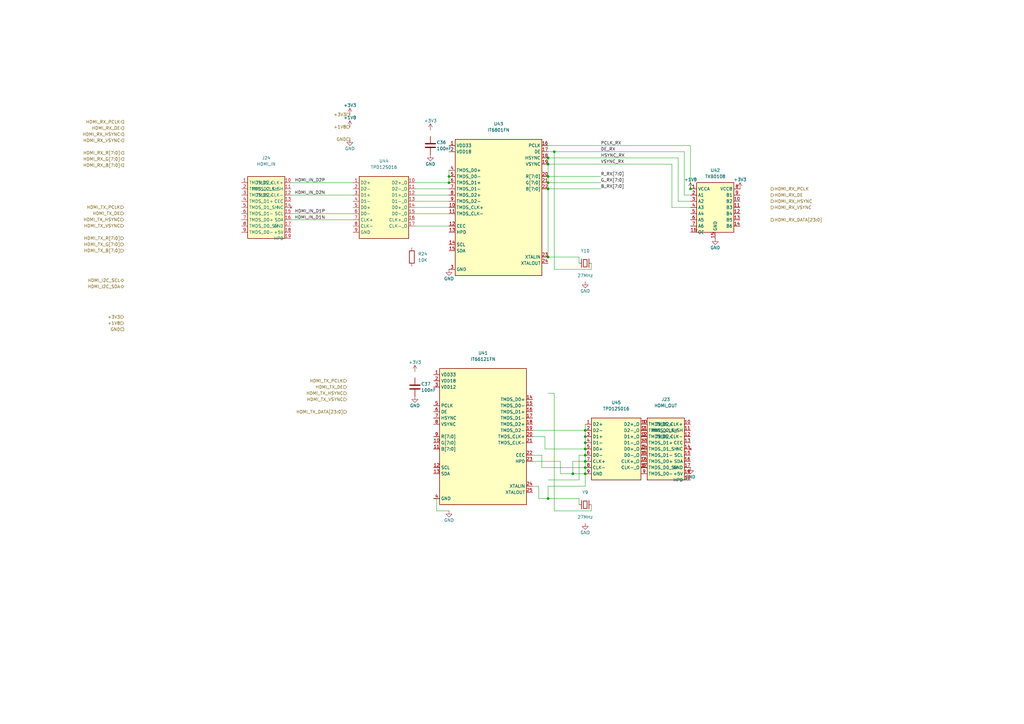
<source format=kicad_sch>
(kicad_sch (version 20250114) (generator "eeschema") (generator_version "9.0")
  (paper "A3")
  (title_block (title "HDMI In/Out") (date "2024-11-30") (rev "0.1") (company "fcBoard Project") (comment 1 "IT6801FN HDMI Receiver + IT66121FN HDMI Transmitter"))
  (lib_symbols
    (symbol "Connector:HDMI_A"
      (property "Reference" "J" (at 0 17.78 0))
      (property "Value" "HDMI_A" (at 0 15.24 0))
      (symbol "HDMI_A_0_1"
        (rectangle (start -7.62 12.7) (end 7.62 -12.7) (stroke (width 0.254)) (fill (type background)))
      )
      (symbol "HDMI_A_1_1"
        (pin bidirectional line (at -10.16 10.16 0) (length 2.54) (name "TMDS_D2+") (number "1"))
        (pin power_in line (at -10.16 7.62 0) (length 2.54) (name "TMDS_D2_SH") (number "2"))
        (pin bidirectional line (at -10.16 5.08 0) (length 2.54) (name "TMDS_D2-") (number "3"))
        (pin bidirectional line (at -10.16 2.54 0) (length 2.54) (name "TMDS_D1+") (number "4"))
        (pin power_in line (at -10.16 0 0) (length 2.54) (name "TMDS_D1_SH") (number "5"))
        (pin bidirectional line (at -10.16 -2.54 0) (length 2.54) (name "TMDS_D1-") (number "6"))
        (pin bidirectional line (at -10.16 -5.08 0) (length 2.54) (name "TMDS_D0+") (number "7"))
        (pin power_in line (at -10.16 -7.62 0) (length 2.54) (name "TMDS_D0_SH") (number "8"))
        (pin bidirectional line (at -10.16 -10.16 0) (length 2.54) (name "TMDS_D0-") (number "9"))
        (pin bidirectional line (at 10.16 10.16 180) (length 2.54) (name "TMDS_CLK+") (number "10"))
        (pin power_in line (at 10.16 7.62 180) (length 2.54) (name "TMDS_CLK_SH") (number "11"))
        (pin bidirectional line (at 10.16 5.08 180) (length 2.54) (name "TMDS_CLK-") (number "12"))
        (pin bidirectional line (at 10.16 2.54 180) (length 2.54) (name "CEC") (number "13"))
        (pin no_connect line (at 10.16 0 180) (length 2.54) (name "NC") (number "14"))
        (pin bidirectional line (at 10.16 -2.54 180) (length 2.54) (name "SCL") (number "15"))
        (pin bidirectional line (at 10.16 -5.08 180) (length 2.54) (name "SDA") (number "16"))
        (pin power_in line (at 10.16 -7.62 180) (length 2.54) (name "GND") (number "17"))
        (pin power_out line (at 10.16 -10.16 180) (length 2.54) (name "+5V") (number "18"))
        (pin input line (at 10.16 -12.7 180) (length 2.54) (name "HPD") (number "19"))
      )
    )
    (symbol "Device:C" (pin_numbers (hide yes)) (pin_names (offset 0.254))
      (property "Reference" "C" (at 0.635 2.54 0))
      (property "Value" "C" (at 0.635 -2.54 0))
      (symbol "C_0_1"
        (polyline (pts (xy -2.032 0.762) (xy 2.032 0.762)) (stroke (width 0.508)))
        (polyline (pts (xy -2.032 -0.762) (xy 2.032 -0.762)) (stroke (width 0.508)))
      )
      (symbol "C_1_1"
        (pin passive line (at 0 3.81 270) (length 2.794) (name "~") (number "1"))
        (pin passive line (at 0 -3.81 90) (length 2.794) (name "~") (number "2"))
      )
    )
    (symbol "Device:Crystal" (pin_numbers (hide yes)) (pin_names (offset 1.016) (hide yes))
      (property "Reference" "Y" (at 0 3.175 0))
      (property "Value" "Crystal" (at 0 -3.81 0))
      (symbol "Crystal_0_1"
        (polyline (pts (xy -1.524 -1.778) (xy -1.524 1.778)) (stroke (width 0.254)))
        (rectangle (start -0.762 -1.524) (end 0.762 1.524) (stroke (width 0.254)))
        (polyline (pts (xy 1.524 -1.778) (xy 1.524 1.778)) (stroke (width 0.254)))
      )
      (symbol "Crystal_1_1"
        (pin passive line (at -2.54 0 0) (length 1.016) (name "1") (number "1"))
        (pin passive line (at 2.54 0 180) (length 1.016) (name "2") (number "2"))
      )
    )
    (symbol "Device:R" (pin_numbers (hide yes)) (pin_names (offset 0))
      (property "Reference" "R" (at 2.032 0 90))
      (property "Value" "R" (at 0 0 90))
      (symbol "R_0_1"
        (rectangle (start -1.016 -2.54) (end 1.016 2.54) (stroke (width 0.254)))
      )
      (symbol "R_1_1"
        (pin passive line (at 0 3.81 270) (length 1.27) (name "~") (number "1"))
        (pin passive line (at 0 -3.81 90) (length 1.27) (name "~") (number "2"))
      )
    )
    (symbol "Interface:TXB0108"
      (property "Reference" "U" (at 0 13.97 0))
      (property "Value" "TXB0108" (at 0 11.43 0))
      (symbol "TXB0108_0_1"
        (rectangle (start -7.62 10.16) (end 7.62 -10.16) (stroke (width 0.254)) (fill (type background)))
      )
      (symbol "TXB0108_1_1"
        (pin power_in line (at -10.16 7.62 0) (length 2.54) (name "VCCA") (number "1"))
        (pin bidirectional line (at -10.16 5.08 0) (length 2.54) (name "A1") (number "2"))
        (pin bidirectional line (at -10.16 2.54 0) (length 2.54) (name "A2") (number "3"))
        (pin bidirectional line (at -10.16 0 0) (length 2.54) (name "A3") (number "4"))
        (pin bidirectional line (at -10.16 -2.54 0) (length 2.54) (name "A4") (number "5"))
        (pin bidirectional line (at -10.16 -5.08 0) (length 2.54) (name "A5") (number "6"))
        (pin bidirectional line (at -10.16 -7.62 0) (length 2.54) (name "A6") (number "7"))
        (pin input line (at -10.16 -10.16 0) (length 2.54) (name "OE") (number "16"))
        (pin power_in line (at 0 -12.7 90) (length 2.54) (name "GND") (number "15"))
        (pin power_in line (at 10.16 7.62 180) (length 2.54) (name "VCCB") (number "8"))
        (pin bidirectional line (at 10.16 5.08 180) (length 2.54) (name "B1") (number "9"))
        (pin bidirectional line (at 10.16 2.54 180) (length 2.54) (name "B2") (number "10"))
        (pin bidirectional line (at 10.16 0 180) (length 2.54) (name "B3") (number "11"))
        (pin bidirectional line (at 10.16 -2.54 180) (length 2.54) (name "B4") (number "12"))
        (pin bidirectional line (at 10.16 -5.08 180) (length 2.54) (name "B5") (number "13"))
        (pin bidirectional line (at 10.16 -7.62 180) (length 2.54) (name "B6") (number "14"))
      )
    )
    (symbol "Power_Protection:TPD12S016"
      (property "Reference" "U" (at 0 16.51 0))
      (property "Value" "TPD12S016" (at 0 13.97 0))
      (symbol "TPD12S016_0_1"
        (rectangle (start -10.16 12.7) (end 10.16 -12.7) (stroke (width 0.254)) (fill (type background)))
      )
      (symbol "TPD12S016_1_1"
        (pin bidirectional line (at -12.7 10.16 0) (length 2.54) (name "D2+") (number "1"))
        (pin bidirectional line (at -12.7 7.62 0) (length 2.54) (name "D2-") (number "2"))
        (pin bidirectional line (at -12.7 5.08 0) (length 2.54) (name "D1+") (number "3"))
        (pin bidirectional line (at -12.7 2.54 0) (length 2.54) (name "D1-") (number "4"))
        (pin bidirectional line (at -12.7 0 0) (length 2.54) (name "D0+") (number "5"))
        (pin bidirectional line (at -12.7 -2.54 0) (length 2.54) (name "D0-") (number "6"))
        (pin bidirectional line (at -12.7 -5.08 0) (length 2.54) (name "CLK+") (number "7"))
        (pin bidirectional line (at -12.7 -7.62 0) (length 2.54) (name "CLK-") (number "8"))
        (pin power_in line (at -12.7 -10.16 0) (length 2.54) (name "GND") (number "9"))
        (pin bidirectional line (at 12.7 10.16 180) (length 2.54) (name "D2+_O") (number "10"))
        (pin bidirectional line (at 12.7 7.62 180) (length 2.54) (name "D2-_O") (number "11"))
        (pin bidirectional line (at 12.7 5.08 180) (length 2.54) (name "D1+_O") (number "12"))
        (pin bidirectional line (at 12.7 2.54 180) (length 2.54) (name "D1-_O") (number "13"))
        (pin bidirectional line (at 12.7 0 180) (length 2.54) (name "D0+_O") (number "14"))
        (pin bidirectional line (at 12.7 -2.54 180) (length 2.54) (name "D0-_O") (number "15"))
        (pin bidirectional line (at 12.7 -5.08 180) (length 2.54) (name "CLK+_O") (number "16"))
        (pin bidirectional line (at 12.7 -7.62 180) (length 2.54) (name "CLK-_O") (number "17"))
      )
    )
    (symbol "Video:IT66121"
      (property "Reference" "U" (at 0 31.75 0))
      (property "Value" "IT66121FN" (at 0 29.21 0))
      (symbol "IT66121_0_1"
        (rectangle (start -17.78 27.94) (end 17.78 -27.94) (stroke (width 0.254)) (fill (type background)))
      )
      (symbol "IT66121_1_1"
        (pin power_in line (at -20.32 25.4 0) (length 2.54) (name "VDD33") (number "1"))
        (pin power_in line (at -20.32 22.86 0) (length 2.54) (name "VDD18") (number "2"))
        (pin power_in line (at -20.32 20.32 0) (length 2.54) (name "VDD12") (number "3"))
        (pin input line (at -20.32 12.7 0) (length 2.54) (name "PCLK") (number "5"))
        (pin input line (at -20.32 10.16 0) (length 2.54) (name "DE") (number "6"))
        (pin input line (at -20.32 7.62 0) (length 2.54) (name "HSYNC") (number "7"))
        (pin input line (at -20.32 5.08 0) (length 2.54) (name "VSYNC") (number "8"))
        (pin input line (at -20.32 0 0) (length 2.54) (name "R[7:0]") (number "9"))
        (pin input line (at -20.32 -2.54 0) (length 2.54) (name "G[7:0]") (number "10"))
        (pin input line (at -20.32 -5.08 0) (length 2.54) (name "B[7:0]") (number "11"))
        (pin bidirectional line (at -20.32 -12.7 0) (length 2.54) (name "SCL") (number "12"))
        (pin bidirectional line (at -20.32 -15.24 0) (length 2.54) (name "SDA") (number "13"))
        (pin power_in line (at -20.32 -25.4 0) (length 2.54) (name "GND") (number "4"))
        (pin output line (at 20.32 15.24 180) (length 2.54) (name "TMDS_D0+") (number "14"))
        (pin output line (at 20.32 12.7 180) (length 2.54) (name "TMDS_D0-") (number "15"))
        (pin output line (at 20.32 10.16 180) (length 2.54) (name "TMDS_D1+") (number "16"))
        (pin output line (at 20.32 7.62 180) (length 2.54) (name "TMDS_D1-") (number "17"))
        (pin output line (at 20.32 5.08 180) (length 2.54) (name "TMDS_D2+") (number "18"))
        (pin output line (at 20.32 2.54 180) (length 2.54) (name "TMDS_D2-") (number "19"))
        (pin output line (at 20.32 0 180) (length 2.54) (name "TMDS_CLK+") (number "20"))
        (pin output line (at 20.32 -2.54 180) (length 2.54) (name "TMDS_CLK-") (number "21"))
        (pin bidirectional line (at 20.32 -7.62 180) (length 2.54) (name "CEC") (number "22"))
        (pin input line (at 20.32 -10.16 180) (length 2.54) (name "HPD") (number "23"))
        (pin input line (at 20.32 -20.32 180) (length 2.54) (name "XTALIN") (number "24"))
        (pin output line (at 20.32 -22.86 180) (length 2.54) (name "XTALOUT") (number "25"))
      )
    )
    (symbol "Video:IT6801"
      (property "Reference" "U" (at 0 31.75 0))
      (property "Value" "IT6801FN" (at 0 29.21 0))
      (symbol "IT6801_0_1"
        (rectangle (start -17.78 27.94) (end 17.78 -27.94) (stroke (width 0.254)) (fill (type background)))
      )
      (symbol "IT6801_1_1"
        (pin power_in line (at -20.32 25.4 0) (length 2.54) (name "VDD33") (number "1"))
        (pin power_in line (at -20.32 22.86 0) (length 2.54) (name "VDD18") (number "2"))
        (pin input line (at -20.32 15.24 0) (length 2.54) (name "TMDS_D0+") (number "4"))
        (pin input line (at -20.32 12.7 0) (length 2.54) (name "TMDS_D0-") (number "5"))
        (pin input line (at -20.32 10.16 0) (length 2.54) (name "TMDS_D1+") (number "6"))
        (pin input line (at -20.32 7.62 0) (length 2.54) (name "TMDS_D1-") (number "7"))
        (pin input line (at -20.32 5.08 0) (length 2.54) (name "TMDS_D2+") (number "8"))
        (pin input line (at -20.32 2.54 0) (length 2.54) (name "TMDS_D2-") (number "9"))
        (pin input line (at -20.32 0 0) (length 2.54) (name "TMDS_CLK+") (number "10"))
        (pin input line (at -20.32 -2.54 0) (length 2.54) (name "TMDS_CLK-") (number "11"))
        (pin bidirectional line (at -20.32 -7.62 0) (length 2.54) (name "CEC") (number "12"))
        (pin output line (at -20.32 -10.16 0) (length 2.54) (name "HPD") (number "13"))
        (pin bidirectional line (at -20.32 -15.24 0) (length 2.54) (name "SCL") (number "14"))
        (pin bidirectional line (at -20.32 -17.78 0) (length 2.54) (name "SDA") (number "15"))
        (pin power_in line (at -20.32 -25.4 0) (length 2.54) (name "GND") (number "3"))
        (pin output line (at 20.32 25.4 180) (length 2.54) (name "PCLK") (number "16"))
        (pin output line (at 20.32 22.86 180) (length 2.54) (name "DE") (number "17"))
        (pin output line (at 20.32 20.32 180) (length 2.54) (name "HSYNC") (number "18"))
        (pin output line (at 20.32 17.78 180) (length 2.54) (name "VSYNC") (number "19"))
        (pin output line (at 20.32 12.7 180) (length 2.54) (name "R[7:0]") (number "20"))
        (pin output line (at 20.32 10.16 180) (length 2.54) (name "G[7:0]") (number "21"))
        (pin output line (at 20.32 7.62 180) (length 2.54) (name "B[7:0]") (number "22"))
        (pin input line (at 20.32 -20.32 180) (length 2.54) (name "XTALIN") (number "23"))
        (pin output line (at 20.32 -22.86 180) (length 2.54) (name "XTALOUT") (number "24"))
      )
    )
    (symbol "power:+1V8" (power) (pin_numbers (hide yes)) (pin_names (offset 0) (hide yes))
      (property "Value" "+1V8" (at 0 3.556 0))
      (symbol "+1V8_0_1"
        (polyline (pts (xy -0.762 1.27) (xy 0 2.54)))
        (polyline (pts (xy 0 2.54) (xy 0.762 1.27)))
        (polyline (pts (xy 0 0) (xy 0 2.54)))
      )
      (symbol "+1V8_1_1"
        (pin power_in line (at 0 0 90) (length 0) (name "+1V8") (number "1"))
      )
    )
    (symbol "power:+3V3" (power) (pin_numbers (hide yes)) (pin_names (offset 0) (hide yes))
      (property "Value" "+3V3" (at 0 3.556 0))
      (symbol "+3V3_0_1"
        (polyline (pts (xy -0.762 1.27) (xy 0 2.54)))
        (polyline (pts (xy 0 2.54) (xy 0.762 1.27)))
        (polyline (pts (xy 0 0) (xy 0 2.54)))
      )
      (symbol "+3V3_1_1"
        (pin power_in line (at 0 0 90) (length 0) (name "+3V3") (number "1"))
      )
    )
    (symbol "power:GND" (power) (pin_numbers (hide yes)) (pin_names (offset 0) (hide yes))
      (property "Value" "GND" (at 0 -3.81 0))
      (symbol "GND_0_1"
        (polyline (pts (xy 0 0) (xy 0 -1.27) (xy 1.27 -1.27) (xy 0 -2.54) (xy -1.27 -1.27) (xy 0 -1.27)))
      )
      (symbol "GND_1_1"
        (pin power_in line (at 0 0 270) (length 0) (name "GND") (number "1"))
      )
    )
  )
  (junction (at 240.03 184.15))
  (junction (at 240.03 194.31))
  (junction (at 240.03 191.77))
  (junction (at 240.03 181.61))
  (junction (at 224.79 74.93))
  (junction (at 224.79 204.47))
  (junction (at 224.79 72.39))
  (junction (at 184.15 72.39))
  (junction (at 240.03 179.07))
  (junction (at 224.79 77.47))
  (junction (at 240.03 176.53))
  (junction (at 224.79 105.41))
  (junction (at 240.03 186.69))
  (junction (at 283.21 77.47))
  (junction (at 234.95 194.31))
  (junction (at 184.15 74.93))
  (junction (at 224.79 64.77))
  (junction (at 224.79 67.31))
  (junction (at 240.03 189.23))
  (junction (at 227.33 62.23))
  (wire (pts (xy 222.25 191.77) (xy 240.03 191.77)))
  (wire (pts (xy 237.49 105.41) (xy 237.49 107.95)))
  (wire (pts (xy 170.18 85.09) (xy 184.15 85.09)))
  (wire (pts (xy 227.33 110.49) (xy 242.57 110.49)))
  (wire (pts (xy 223.52 179.07) (xy 223.52 184.15)))
  (wire (pts (xy 218.44 199.39) (xy 220.98 199.39)))
  (wire (pts (xy 218.44 186.69) (xy 222.25 186.69)))
  (wire (pts (xy 224.79 67.31) (xy 224.79 72.39)))
  (wire (pts (xy 275.59 85.09) (xy 283.21 85.09)))
  (wire (pts (xy 240.03 186.69) (xy 240.03 189.23)))
  (wire (pts (xy 224.79 199.39) (xy 240.03 199.39)))
  (wire (pts (xy 170.18 92.71) (xy 184.15 92.71)))
  (wire (pts (xy 283.21 59.69) (xy 283.21 77.47)))
  (wire (pts (xy 280.67 80.01) (xy 283.21 80.01)))
  (wire (pts (xy 224.79 67.31) (xy 275.59 67.31)))
  (wire (pts (xy 224.79 64.77) (xy 278.13 64.77)))
  (wire (pts (xy 275.59 67.31) (xy 275.59 85.09)))
  (wire (pts (xy 227.33 62.23) (xy 227.33 110.49)))
  (wire (pts (xy 224.79 74.93) (xy 246.38 74.93)))
  (wire (pts (xy 278.13 64.77) (xy 278.13 82.55)))
  (wire (pts (xy 170.18 74.93) (xy 184.15 74.93)))
  (wire (pts (xy 224.79 196.85) (xy 237.49 196.85)))
  (wire (pts (xy 227.33 62.23) (xy 280.67 62.23)))
  (wire (pts (xy 240.03 173.99) (xy 240.03 176.53)))
  (wire (pts (xy 229.87 194.31) (xy 234.95 194.31)))
  (wire (pts (xy 234.95 194.31) (xy 234.95 189.23)))
  (wire (pts (xy 278.13 82.55) (xy 283.21 82.55)))
  (wire (pts (xy 119.38 87.63) (xy 144.78 87.63)))
  (wire (pts (xy 179.07 204.47) (xy 179.07 209.55)))
  (wire (pts (xy 224.79 77.47) (xy 246.38 77.47)))
  (wire (pts (xy 224.79 199.39) (xy 224.79 204.47)))
  (wire (pts (xy 224.79 62.23) (xy 227.33 62.23)))
  (wire (pts (xy 242.57 207.01) (xy 242.57 209.55)))
  (wire (pts (xy 237.49 196.85) (xy 237.49 186.69)))
  (wire (pts (xy 240.03 184.15) (xy 240.03 186.69)))
  (wire (pts (xy 218.44 189.23) (xy 229.87 189.23)))
  (wire (pts (xy 223.52 184.15) (xy 240.03 184.15)))
  (wire (pts (xy 220.98 204.47) (xy 224.79 204.47)))
  (wire (pts (xy 224.79 204.47) (xy 237.49 204.47)))
  (wire (pts (xy 170.18 80.01) (xy 184.15 80.01)))
  (wire (pts (xy 170.18 77.47) (xy 184.15 77.47)))
  (wire (pts (xy 119.38 90.17) (xy 144.78 90.17)))
  (wire (pts (xy 240.03 189.23) (xy 240.03 191.77)))
  (wire (pts (xy 218.44 179.07) (xy 223.52 179.07)))
  (wire (pts (xy 229.87 189.23) (xy 229.87 194.31)))
  (wire (pts (xy 240.03 191.77) (xy 240.03 194.31)))
  (wire (pts (xy 280.67 62.23) (xy 280.67 80.01)))
  (wire (pts (xy 240.03 181.61) (xy 240.03 184.15)))
  (wire (pts (xy 265.43 191.77) (xy 262.89 191.77)))
  (wire (pts (xy 240.03 194.31) (xy 240.03 199.39)))
  (wire (pts (xy 220.98 199.39) (xy 220.98 204.47)))
  (wire (pts (xy 224.79 72.39) (xy 224.79 74.93)))
  (wire (pts (xy 265.43 179.07) (xy 262.89 179.07)))
  (wire (pts (xy 218.44 176.53) (xy 240.03 176.53)))
  (wire (pts (xy 265.43 189.23) (xy 262.89 189.23)))
  (wire (pts (xy 224.79 161.29) (xy 227.33 161.29)))
  (wire (pts (xy 224.79 72.39) (xy 246.38 72.39)))
  (wire (pts (xy 177.8 204.47) (xy 179.07 204.47)))
  (wire (pts (xy 242.57 107.95) (xy 242.57 110.49)))
  (wire (pts (xy 222.25 186.69) (xy 222.25 191.77)))
  (wire (pts (xy 240.03 176.53) (xy 240.03 179.07)))
  (wire (pts (xy 265.43 173.99) (xy 262.89 173.99)))
  (wire (pts (xy 234.95 194.31) (xy 240.03 194.31)))
  (wire (pts (xy 224.79 64.77) (xy 224.79 67.31)))
  (wire (pts (xy 227.33 161.29) (xy 227.33 209.55)))
  (wire (pts (xy 224.79 77.47) (xy 224.79 105.41)))
  (wire (pts (xy 265.43 186.69) (xy 262.89 186.69)))
  (wire (pts (xy 170.18 82.55) (xy 184.15 82.55)))
  (wire (pts (xy 234.95 189.23) (xy 240.03 189.23)))
  (wire (pts (xy 237.49 204.47) (xy 237.49 207.01)))
  (wire (pts (xy 265.43 176.53) (xy 262.89 176.53)))
  (wire (pts (xy 224.79 74.93) (xy 224.79 77.47)))
  (wire (pts (xy 227.33 209.55) (xy 242.57 209.55)))
  (wire (pts (xy 184.15 72.39) (xy 184.15 74.93)))
  (wire (pts (xy 179.07 209.55) (xy 184.15 209.55)))
  (wire (pts (xy 265.43 184.15) (xy 262.89 184.15)))
  (wire (pts (xy 224.79 105.41) (xy 237.49 105.41)))
  (wire (pts (xy 119.38 80.01) (xy 144.78 80.01)))
  (wire (pts (xy 170.18 87.63) (xy 184.15 87.63)))
  (wire (pts (xy 224.79 59.69) (xy 283.21 59.69)))
  (wire (pts (xy 237.49 186.69) (xy 240.03 186.69)))
  (wire (pts (xy 184.15 69.85) (xy 184.15 72.39)))
  (wire (pts (xy 240.03 179.07) (xy 240.03 181.61)))
  (wire (pts (xy 119.38 74.93) (xy 144.78 74.93)))
  (wire (pts (xy 265.43 181.61) (xy 262.89 181.61)))
  (label "HDMI_IN_D1N" (at 133.35 90.17 180))
  (label "HDMI_IN_D2N" (at 133.35 80.01 180))
  (label "B_RX[7:0]" (at 246.38 77.47 0))
  (label "PCLK_RX" (at 246.38 59.69 0))
  (label "DE_RX" (at 246.38 62.23 0))
  (label "HSYNC_RX" (at 246.38 64.77 0))
  (label "G_RX[7:0]" (at 246.38 74.93 0))
  (label "HDMI_IN_D1P" (at 133.35 87.63 180))
  (label "VSYNC_RX" (at 246.38 67.31 0))
  (label "R_RX[7:0]" (at 246.38 72.39 0))
  (label "HDMI_IN_D2P" (at 133.35 74.93 180))
  (hierarchical_label "HDMI_I2C_SCL" (shape bidirectional) (at 50.8 115 180))
  (hierarchical_label "HDMI_TX_G[7:0]" (shape input) (at 50.8 100.24 180))
  (hierarchical_label "HDMI_TX_PCLK" (shape input) (at 142.24 156.21 180))
  (hierarchical_label "+3V3" (shape input) (at 50.8 130 180))
  (hierarchical_label "HDMI_TX_DE" (shape input) (at 142.24 158.75 180))
  (hierarchical_label "HDMI_RX_DE" (shape output) (at 50.8 52.54 180))
  (hierarchical_label "HDMI_TX_VSYNC" (shape input) (at 142.24 163.83 180))
  (hierarchical_label "HDMI_RX_G[7:0]" (shape output) (at 50.8 65.24 180))
  (hierarchical_label "HDMI_RX_DATA[23:0]" (shape output) (at 316.23 90.17 0))
  (hierarchical_label "+1V8" (shape input) (at 50.8 132.54 180))
  (hierarchical_label "HDMI_RX_DE" (shape output) (at 316.23 80.01 0))
  (hierarchical_label "HDMI_TX_HSYNC" (shape input) (at 142.24 161.29 180))
  (hierarchical_label "HDMI_RX_PCLK" (shape output) (at 50.8 50 180))
  (hierarchical_label "HDMI_TX_VSYNC" (shape input) (at 50.8 92.62 180))
  (hierarchical_label "HDMI_RX_B[7:0]" (shape output) (at 50.8 67.78 180))
  (hierarchical_label "GND" (shape passive) (at 50.8 135.08 180))
  (hierarchical_label "HDMI_RX_HSYNC" (shape output) (at 316.23 82.55 0))
  (hierarchical_label "HDMI_RX_HSYNC" (shape output) (at 50.8 55.08 180))
  (hierarchical_label "HDMI_TX_R[7:0]" (shape input) (at 50.8 97.7 180))
  (hierarchical_label "HDMI_RX_VSYNC" (shape output) (at 50.8 57.62 180))
  (hierarchical_label "HDMI_RX_PCLK" (shape output) (at 316.23 77.47 0))
  (hierarchical_label "HDMI_TX_HSYNC" (shape input) (at 50.8 90.08 180))
  (hierarchical_label "HDMI_TX_PCLK" (shape input) (at 50.8 85 180))
  (hierarchical_label "HDMI_TX_DATA[23:0]" (shape input) (at 142.24 168.91 180))
  (hierarchical_label "HDMI_RX_R[7:0]" (shape output) (at 50.8 62.7 180))
  (hierarchical_label "HDMI_I2C_SDA" (shape bidirectional) (at 50.8 117.54 180))
  (hierarchical_label "HDMI_RX_VSYNC" (shape output) (at 316.23 85.09 0))
  (hierarchical_label "GND" (shape passive) (at 143.51 57.15 180))
  (hierarchical_label "HDMI_TX_DE" (shape input) (at 50.8 87.54 180))
  (hierarchical_label "+3V3" (shape input) (at 143.51 46.99 180))
  (hierarchical_label "HDMI_TX_B[7:0]" (shape input) (at 50.8 102.78 180))
  (hierarchical_label "+1V8" (shape input) (at 143.51 52.07 180))
  (symbol (lib_id "Video:IT66121") (at 198.12 179.07 0) (unit 1)
    (property "Reference" "U41" (at 198.12 144.78 0))
    (property "Value" "IT66121FN" (at 198.12 147.32 0))
    (property "Footprint" "Package_QFP:LQFP-64_10x10mm_P0.5mm" (effects (hide yes)))
  )
  (symbol (lib_id "Device:C") (at 176.53 59.69 0) (unit 1)
    (property "Reference" "C36" (at 179.07 58.42 0) (effects (justify left)))
    (property "Value" "100nF" (at 179.07 60.96 0) (effects (justify left)))
    (property "Footprint" "Capacitor_SMD:C_0402_1005Metric" (effects (hide yes)))
  )
  (symbol (lib_id "power:+3V3") (at 143.51 46.99 0) (unit 1)
    (property "Reference" "#PWR?" (effects (hide yes)))
    (property "Value" "+3V3" (at 143.51 43.18 0))
  )
  (symbol (lib_id "Device:R") (at 168.91 105.41 0) (unit 1)
    (property "Reference" "R24" (at 171.45 104.14 0) (effects (justify left)))
    (property "Value" "10K" (at 171.45 106.68 0) (effects (justify left)))
    (property "Footprint" "Resistor_SMD:R_0402_1005Metric" (effects (hide yes)))
  )
  (symbol (lib_id "power:GND") (at 293.37 97.79 0) (unit 1)
    (property "Reference" "#PWR?" (effects (hide yes)))
    (property "Value" "GND" (at 293.37 101.6 0))
  )
  (symbol (lib_id "power:GND") (at 170.18 162.56 0) (unit 1)
    (property "Reference" "#PWR?" (effects (hide yes)))
    (property "Value" "GND" (at 170.18 166.37 0))
  )
  (symbol (lib_id "power:+3V3") (at 176.53 53.34 0) (unit 1)
    (property "Reference" "#PWR?" (effects (hide yes)))
    (property "Value" "+3V3" (at 176.53 49.53 0))
  )
  (symbol (lib_id "Device:Crystal") (at 240.03 207.01 0) (unit 1)
    (property "Reference" "Y9" (at 240.03 201.93 0))
    (property "Value" "27MHz" (at 240.03 212.09 0))
    (property "Footprint" "Crystal:Crystal_SMD_3215-2Pin_3.2x1.5mm" (effects (hide yes)))
  )
  (symbol (lib_id "power:GND") (at 143.51 57.15 0) (unit 1)
    (property "Reference" "#PWR?" (effects (hide yes)))
    (property "Value" "GND" (at 143.51 60.96 0))
  )
  (symbol (lib_id "power:GND") (at 176.53 63.5 0) (unit 1)
    (property "Reference" "#PWR?" (effects (hide yes)))
    (property "Value" "GND" (at 176.53 67.31 0))
  )
  (symbol (lib_id "power:GND") (at 184.15 209.55 0) (unit 1)
    (property "Reference" "#PWR?" (effects (hide yes)))
    (property "Value" "GND" (at 184.15 213.36 0))
  )
  (symbol (lib_id "power:GND") (at 283.21 191.77 0) (unit 1)
    (property "Reference" "#PWR?" (effects (hide yes)))
    (property "Value" "GND" (at 283.21 195.58 0))
  )
  (symbol (lib_id "power:GND") (at 184.15 110.49 0) (unit 1)
    (property "Reference" "#PWR?" (effects (hide yes)))
    (property "Value" "GND" (at 184.15 114.3 0))
  )
  (symbol (lib_id "Device:C") (at 170.18 158.75 0) (unit 1)
    (property "Reference" "C37" (at 172.72 157.48 0) (effects (justify left)))
    (property "Value" "100nF" (at 172.72 160.02 0) (effects (justify left)))
    (property "Footprint" "Capacitor_SMD:C_0402_1005Metric" (effects (hide yes)))
  )
  (symbol (lib_id "Connector:HDMI_A") (at 273.05 184.15 0) (unit 1)
    (property "Reference" "J23" (at 273.05 163.83 0))
    (property "Value" "HDMI_OUT" (at 273.05 166.37 0))
    (property "Footprint" "Connector_HDMI:HDMI_A_Molex_2086581051_Horizontal" (effects (hide yes)))
  )
  (symbol (lib_id "power:GND") (at 240.03 214.63 0) (unit 1)
    (property "Reference" "#PWR?" (effects (hide yes)))
    (property "Value" "GND" (at 240.03 218.44 0))
  )
  (symbol (lib_id "power:+1V8") (at 283.21 77.47 0) (unit 1)
    (property "Reference" "#PWR?" (effects (hide yes)))
    (property "Value" "+1V8" (at 283.21 73.66 0))
  )
  (symbol (lib_id "Interface:TXB0108") (at 293.37 85.09 0) (unit 1)
    (property "Reference" "U42" (at 293.37 69.85 0))
    (property "Value" "TXB0108" (at 293.37 72.39 0))
    (property "Footprint" "Package_SO:TSSOP-20_4.4x6.5mm_P0.65mm" (effects (hide yes)))
  )
  (symbol (lib_id "Connector:HDMI_A") (at 109.22 85.09 0) (unit 1)
    (property "Reference" "J24" (at 109.22 64.77 0))
    (property "Value" "HDMI_IN" (at 109.22 67.31 0))
    (property "Footprint" "Connector_HDMI:HDMI_A_Molex_2086581051_Horizontal" (effects (hide yes)))
  )
  (symbol (lib_id "Device:Crystal") (at 240.03 107.95 0) (unit 1)
    (property "Reference" "Y10" (at 240.03 102.87 0))
    (property "Value" "27MHz" (at 240.03 113.03 0))
    (property "Footprint" "Crystal:Crystal_SMD_3215-2Pin_3.2x1.5mm" (effects (hide yes)))
  )
  (symbol (lib_id "power:+1V8") (at 143.51 52.07 0) (unit 1)
    (property "Reference" "#PWR?" (effects (hide yes)))
    (property "Value" "+1V8" (at 143.51 48.26 0))
  )
  (symbol (lib_id "Video:IT6801") (at 204.47 85.09 0) (unit 1)
    (property "Reference" "U43" (at 204.47 50.8 0))
    (property "Value" "IT6801FN" (at 204.47 53.34 0))
    (property "Footprint" "Package_QFP:LQFP-64_10x10mm_P0.5mm" (effects (hide yes)))
  )
  (symbol (lib_id "power:+3V3") (at 170.18 152.4 0) (unit 1)
    (property "Reference" "#PWR?" (effects (hide yes)))
    (property "Value" "+3V3" (at 170.18 148.59 0))
  )
  (symbol (lib_id "power:GND") (at 240.03 115.57 0) (unit 1)
    (property "Reference" "#PWR?" (effects (hide yes)))
    (property "Value" "GND" (at 240.03 119.38 0))
  )
  (symbol (lib_id "Power_Protection:TPD12S016") (at 157.48 85.09 0) (unit 1)
    (property "Reference" "U44" (at 157.48 66.04 0))
    (property "Value" "TPD12S016" (at 157.48 68.58 0))
    (property "Footprint" "Package_DFN_QFN:QFN-24-1EP_4x4mm_P0.5mm_EP2.7x2.7mm" (effects (hide yes)))
  )
  (symbol (lib_id "Power_Protection:TPD12S016") (at 252.73 184.15 0) (unit 1)
    (property "Reference" "U45" (at 252.73 165.1 0))
    (property "Value" "TPD12S016" (at 252.73 167.64 0))
    (property "Footprint" "Package_DFN_QFN:QFN-24-1EP_4x4mm_P0.5mm_EP2.7x2.7mm" (effects (hide yes)))
  )
  (symbol (lib_id "power:+3V3") (at 303.53 77.47 0) (unit 1)
    (property "Reference" "#PWR?" (effects (hide yes)))
    (property "Value" "+3V3" (at 303.53 73.66 0))
  )
)
</source>
